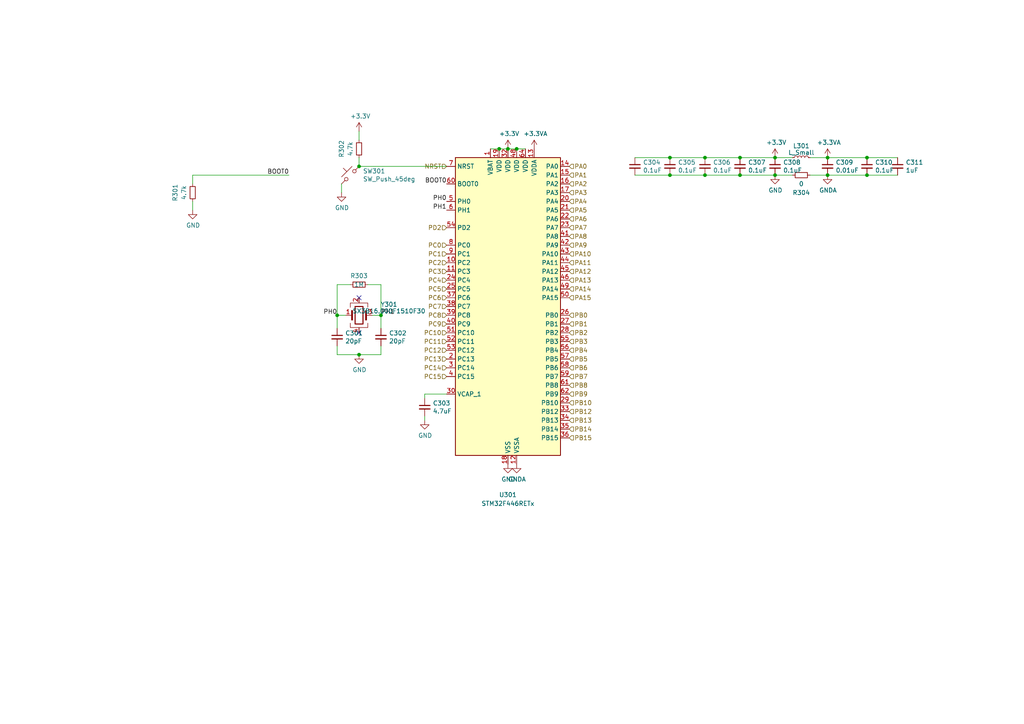
<source format=kicad_sch>
(kicad_sch (version 20230121) (generator eeschema)
  (paper "A4")
  (lib_symbols
    (symbol "Device:C_Small" (pin_numbers hide) (pin_names (offset 0.254) hide)
      (property "Reference" "C" (at 0.254 1.778 0))
      (property "Value" "C_Small" (at 0.254 -2.032 0))
      (symbol "C_Small_0_1"
        (polyline (pts (xy -1.524 -0.508) (xy 1.524 -0.508)) (stroke (width 0.3302)))
        (polyline (pts (xy -1.524 0.508) (xy 1.524 0.508)) (stroke (width 0.3048)))
      )
      (symbol "C_Small_1_1"
        (pin passive line (at 0 2.54 270) (length 2.032) (name "~") (number "1"))
        (pin passive line (at 0 -2.54 90) (length 2.032) (name "~") (number "2"))
      )
    )
    (symbol "Device:Crystal_GND24" (pin_names (offset 1.016) hide)
      (property "Reference" "Y" (at 3.175 5.08 0))
      (property "Value" "Crystal_GND24" (at 3.175 3.175 0))
      (symbol "Crystal_GND24_0_1"
        (rectangle (start -1.143 2.54) (end 1.143 -2.54) (stroke (width 0.3048)))
        (polyline (pts (xy -2.54 0) (xy -2.032 0)))
        (polyline (pts (xy -2.032 -1.27) (xy -2.032 1.27)) (stroke (width 0.508)))
        (polyline (pts (xy 0 -3.81) (xy 0 -3.556)))
        (polyline (pts (xy 0 3.556) (xy 0 3.81)))
        (polyline (pts (xy 2.032 -1.27) (xy 2.032 1.27)) (stroke (width 0.508)))
        (polyline (pts (xy 2.032 0) (xy 2.54 0)))
        (polyline (pts (xy -2.54 -2.286) (xy -2.54 -3.556) (xy 2.54 -3.556) (xy 2.54 -2.286)))
        (polyline (pts (xy -2.54 2.286) (xy -2.54 3.556) (xy 2.54 3.556) (xy 2.54 2.286)))
      )
      (symbol "Crystal_GND24_1_1"
        (pin passive line (at -3.81 0 0) (length 1.27) (name "1") (number "1"))
        (pin passive line (at 0 5.08 270) (length 1.27) (name "2") (number "2"))
        (pin passive line (at 3.81 0 180) (length 1.27) (name "3") (number "3"))
        (pin passive line (at 0 -5.08 90) (length 1.27) (name "4") (number "4"))
      )
    )
    (symbol "Device:L_Small" (pin_numbers hide) (pin_names (offset 0.254) hide)
      (property "Reference" "L" (at 0.762 1.016 0))
      (property "Value" "L_Small" (at 0.762 -1.016 0))
      (symbol "L_Small_0_1"
        (arc (start 0 -2.032) (mid 0.5058 -1.524) (end 0 -1.016))
        (arc (start 0 -1.016) (mid 0.5058 -0.508) (end 0 0))
        (arc (start 0 0) (mid 0.5058 0.508) (end 0 1.016))
        (arc (start 0 1.016) (mid 0.5058 1.524) (end 0 2.032))
      )
      (symbol "L_Small_1_1"
        (pin passive line (at 0 2.54 270) (length 0.508) (name "~") (number "1"))
        (pin passive line (at 0 -2.54 90) (length 0.508) (name "~") (number "2"))
      )
    )
    (symbol "Device:R_Small" (pin_numbers hide) (pin_names (offset 0.254) hide)
      (property "Reference" "R" (at 0.762 0.508 0))
      (property "Value" "R_Small" (at 0.762 -1.016 0))
      (symbol "R_Small_0_1"
        (rectangle (start -0.762 1.778) (end 0.762 -1.778) (stroke (width 0.2032)))
      )
      (symbol "R_Small_1_1"
        (pin passive line (at 0 2.54 270) (length 0.762) (name "~") (number "1"))
        (pin passive line (at 0 -2.54 90) (length 0.762) (name "~") (number "2"))
      )
    )
    (symbol "MCU_ST_STM32F4:STM32F446RETx"
      (property "Reference" "U" (at -15.24 44.45 0))
      (property "Value" "STM32F446RETx" (at 10.16 44.45 0))
      (symbol "STM32F446RETx_0_1"
        (rectangle (start -15.24 -43.18) (end 15.24 43.18) (stroke (width 0.254)) (fill (type background)))
      )
      (symbol "STM32F446RETx_1_1"
        (pin power_in line (at -5.08 45.72 270) (length 2.54) (name "VBAT") (number "1"))
        (pin bidirectional line (at -17.78 12.7 0) (length 2.54) (name "PC2") (number "10"))
        (pin bidirectional line (at -17.78 10.16 0) (length 2.54) (name "PC3") (number "11"))
        (pin power_in line (at 2.54 -45.72 90) (length 2.54) (name "VSSA") (number "12"))
        (pin power_in line (at 7.62 45.72 270) (length 2.54) (name "VDDA") (number "13"))
        (pin bidirectional line (at 17.78 40.64 180) (length 2.54) (name "PA0") (number "14"))
        (pin bidirectional line (at 17.78 38.1 180) (length 2.54) (name "PA1") (number "15"))
        (pin bidirectional line (at 17.78 35.56 180) (length 2.54) (name "PA2") (number "16"))
        (pin bidirectional line (at 17.78 33.02 180) (length 2.54) (name "PA3") (number "17"))
        (pin power_in line (at 0 -45.72 90) (length 2.54) (name "VSS") (number "18"))
        (pin power_in line (at -2.54 45.72 270) (length 2.54) (name "VDD") (number "19"))
        (pin bidirectional line (at -17.78 -15.24 0) (length 2.54) (name "PC13") (number "2"))
        (pin bidirectional line (at 17.78 30.48 180) (length 2.54) (name "PA4") (number "20"))
        (pin bidirectional line (at 17.78 27.94 180) (length 2.54) (name "PA5") (number "21"))
        (pin bidirectional line (at 17.78 25.4 180) (length 2.54) (name "PA6") (number "22"))
        (pin bidirectional line (at 17.78 22.86 180) (length 2.54) (name "PA7") (number "23"))
        (pin bidirectional line (at -17.78 7.62 0) (length 2.54) (name "PC4") (number "24"))
        (pin bidirectional line (at -17.78 5.08 0) (length 2.54) (name "PC5") (number "25"))
        (pin bidirectional line (at 17.78 -2.54 180) (length 2.54) (name "PB0") (number "26"))
        (pin bidirectional line (at 17.78 -5.08 180) (length 2.54) (name "PB1") (number "27"))
        (pin bidirectional line (at 17.78 -7.62 180) (length 2.54) (name "PB2") (number "28"))
        (pin bidirectional line (at 17.78 -27.94 180) (length 2.54) (name "PB10") (number "29"))
        (pin bidirectional line (at -17.78 -17.78 0) (length 2.54) (name "PC14") (number "3"))
        (pin power_out line (at -17.78 -25.4 0) (length 2.54) (name "VCAP_1") (number "30"))
        (pin passive line (at 0 -45.72 90) (length 2.54) hide (name "VSS") (number "31"))
        (pin power_in line (at 0 45.72 270) (length 2.54) (name "VDD") (number "32"))
        (pin bidirectional line (at 17.78 -30.48 180) (length 2.54) (name "PB12") (number "33"))
        (pin bidirectional line (at 17.78 -33.02 180) (length 2.54) (name "PB13") (number "34"))
        (pin bidirectional line (at 17.78 -35.56 180) (length 2.54) (name "PB14") (number "35"))
        (pin bidirectional line (at 17.78 -38.1 180) (length 2.54) (name "PB15") (number "36"))
        (pin bidirectional line (at -17.78 2.54 0) (length 2.54) (name "PC6") (number "37"))
        (pin bidirectional line (at -17.78 0 0) (length 2.54) (name "PC7") (number "38"))
        (pin bidirectional line (at -17.78 -2.54 0) (length 2.54) (name "PC8") (number "39"))
        (pin bidirectional line (at -17.78 -20.32 0) (length 2.54) (name "PC15") (number "4"))
        (pin bidirectional line (at -17.78 -5.08 0) (length 2.54) (name "PC9") (number "40"))
        (pin bidirectional line (at 17.78 20.32 180) (length 2.54) (name "PA8") (number "41"))
        (pin bidirectional line (at 17.78 17.78 180) (length 2.54) (name "PA9") (number "42"))
        (pin bidirectional line (at 17.78 15.24 180) (length 2.54) (name "PA10") (number "43"))
        (pin bidirectional line (at 17.78 12.7 180) (length 2.54) (name "PA11") (number "44"))
        (pin bidirectional line (at 17.78 10.16 180) (length 2.54) (name "PA12") (number "45"))
        (pin bidirectional line (at 17.78 7.62 180) (length 2.54) (name "PA13") (number "46"))
        (pin passive line (at 0 -45.72 90) (length 2.54) hide (name "VSS") (number "47"))
        (pin power_in line (at 2.54 45.72 270) (length 2.54) (name "VDD") (number "48"))
        (pin bidirectional line (at 17.78 5.08 180) (length 2.54) (name "PA14") (number "49"))
        (pin bidirectional line (at -17.78 30.48 0) (length 2.54) (name "PH0") (number "5"))
        (pin bidirectional line (at 17.78 2.54 180) (length 2.54) (name "PA15") (number "50"))
        (pin bidirectional line (at -17.78 -7.62 0) (length 2.54) (name "PC10") (number "51"))
        (pin bidirectional line (at -17.78 -10.16 0) (length 2.54) (name "PC11") (number "52"))
        (pin bidirectional line (at -17.78 -12.7 0) (length 2.54) (name "PC12") (number "53"))
        (pin bidirectional line (at -17.78 22.86 0) (length 2.54) (name "PD2") (number "54"))
        (pin bidirectional line (at 17.78 -10.16 180) (length 2.54) (name "PB3") (number "55"))
        (pin bidirectional line (at 17.78 -12.7 180) (length 2.54) (name "PB4") (number "56"))
        (pin bidirectional line (at 17.78 -15.24 180) (length 2.54) (name "PB5") (number "57"))
        (pin bidirectional line (at 17.78 -17.78 180) (length 2.54) (name "PB6") (number "58"))
        (pin bidirectional line (at 17.78 -20.32 180) (length 2.54) (name "PB7") (number "59"))
        (pin bidirectional line (at -17.78 27.94 0) (length 2.54) (name "PH1") (number "6"))
        (pin input line (at -17.78 35.56 0) (length 2.54) (name "BOOT0") (number "60"))
        (pin bidirectional line (at 17.78 -22.86 180) (length 2.54) (name "PB8") (number "61"))
        (pin bidirectional line (at 17.78 -25.4 180) (length 2.54) (name "PB9") (number "62"))
        (pin passive line (at 0 -45.72 90) (length 2.54) hide (name "VSS") (number "63"))
        (pin power_in line (at 5.08 45.72 270) (length 2.54) (name "VDD") (number "64"))
        (pin input line (at -17.78 40.64 0) (length 2.54) (name "NRST") (number "7"))
        (pin bidirectional line (at -17.78 17.78 0) (length 2.54) (name "PC0") (number "8"))
        (pin bidirectional line (at -17.78 15.24 0) (length 2.54) (name "PC1") (number "9"))
      )
    )
    (symbol "Switch:SW_Push_45deg" (pin_numbers hide) (pin_names (offset 1.016) hide)
      (property "Reference" "SW" (at 3.048 1.016 0))
      (property "Value" "SW_Push_45deg" (at 0 -3.81 0))
      (symbol "SW_Push_45deg_0_1"
        (circle (center -1.1684 1.1684) (radius 0.508))
        (polyline (pts (xy -0.508 2.54) (xy 2.54 -0.508)))
        (polyline (pts (xy 1.016 1.016) (xy 2.032 2.032)))
        (polyline (pts (xy -2.54 2.54) (xy -1.524 1.524) (xy -1.524 1.524)))
        (polyline (pts (xy 1.524 -1.524) (xy 2.54 -2.54) (xy 2.54 -2.54) (xy 2.54 -2.54)))
        (circle (center 1.143 -1.1938) (radius 0.508))
        (pin passive line (at -2.54 2.54 0) (length 0) (name "1") (number "1"))
        (pin passive line (at 2.54 -2.54 180) (length 0) (name "2") (number "2"))
      )
    )
    (symbol "power:+3.3V" (power) (pin_names (offset 0))
      (property "Value" "+3.3V" (at 0 3.556 0))
      (symbol "+3.3V_0_1"
        (polyline (pts (xy -0.762 1.27) (xy 0 2.54)))
        (polyline (pts (xy 0 0) (xy 0 2.54)))
        (polyline (pts (xy 0 2.54) (xy 0.762 1.27)))
      )
      (symbol "+3.3V_1_1"
        (pin power_in line (at 0 0 90) (length 0) hide (name "+3.3V") (number "1"))
      )
    )
    (symbol "power:+3.3VA" (power) (pin_names (offset 0))
      (property "Value" "+3.3VA" (at 0 3.556 0))
      (symbol "+3.3VA_0_1"
        (polyline (pts (xy -0.762 1.27) (xy 0 2.54)))
        (polyline (pts (xy 0 0) (xy 0 2.54)))
        (polyline (pts (xy 0 2.54) (xy 0.762 1.27)))
      )
      (symbol "+3.3VA_1_1"
        (pin power_in line (at 0 0 90) (length 0) hide (name "+3.3VA") (number "1"))
      )
    )
    (symbol "power:GND" (power) (pin_names (offset 0))
      (property "Value" "GND" (at 0 -3.81 0))
      (symbol "GND_0_1"
        (polyline (pts (xy 0 0) (xy 0 -1.27) (xy 1.27 -1.27) (xy 0 -2.54) (xy -1.27 -1.27) (xy 0 -1.27)))
      )
      (symbol "GND_1_1"
        (pin power_in line (at 0 0 270) (length 0) hide (name "GND") (number "1"))
      )
    )
    (symbol "power:GNDA" (power) (pin_names (offset 0))
      (property "Value" "GNDA" (at 0 -3.81 0))
      (symbol "GNDA_0_1"
        (polyline (pts (xy 0 0) (xy 0 -1.27) (xy 1.27 -1.27) (xy 0 -2.54) (xy -1.27 -1.27) (xy 0 -1.27)))
      )
      (symbol "GNDA_1_1"
        (pin power_in line (at 0 0 270) (length 0) hide (name "GNDA") (number "1"))
      )
    )
  )
  (junction (at 240.03 50.8))
  (junction (at 224.79 45.72))
  (junction (at 144.78 43.18))
  (junction (at 110.49 91.44))
  (junction (at 251.46 50.8))
  (junction (at 194.31 45.72))
  (junction (at 104.14 48.26))
  (junction (at 224.79 50.8))
  (junction (at 104.14 102.87))
  (junction (at 194.31 50.8))
  (junction (at 149.86 43.18))
  (junction (at 204.47 50.8))
  (junction (at 240.03 45.72))
  (junction (at 214.63 50.8))
  (junction (at 214.63 45.72))
  (junction (at 97.79 91.44))
  (junction (at 147.32 43.18))
  (junction (at 204.47 45.72))
  (junction (at 251.46 45.72))
  (no_connect (at 104.14 96.52))
  (no_connect (at 104.14 86.36))
  (wire (pts (xy 234.95 45.72) (xy 240.03 45.72)))
  (wire (pts (xy 106.68 82.55) (xy 110.49 82.55)))
  (wire (pts (xy 204.47 50.8) (xy 214.63 50.8)))
  (wire (pts (xy 149.86 43.18) (xy 152.4 43.18)))
  (wire (pts (xy 214.63 50.8) (xy 224.79 50.8)))
  (wire (pts (xy 184.15 45.72) (xy 194.31 45.72)))
  (wire (pts (xy 110.49 102.87) (xy 110.49 100.33)))
  (wire (pts (xy 97.79 91.44) (xy 100.33 91.44)))
  (wire (pts (xy 110.49 82.55) (xy 110.49 91.44)))
  (wire (pts (xy 123.19 120.65) (xy 123.19 121.92)))
  (wire (pts (xy 97.79 91.44) (xy 97.79 95.25)))
  (wire (pts (xy 194.31 45.72) (xy 204.47 45.72)))
  (wire (pts (xy 194.31 50.8) (xy 204.47 50.8)))
  (wire (pts (xy 104.14 38.1) (xy 104.14 40.64)))
  (wire (pts (xy 129.54 48.26) (xy 104.14 48.26)))
  (wire (pts (xy 97.79 82.55) (xy 97.79 91.44)))
  (wire (pts (xy 99.06 53.34) (xy 99.06 55.88)))
  (wire (pts (xy 184.15 50.8) (xy 194.31 50.8)))
  (wire (pts (xy 142.24 43.18) (xy 144.78 43.18)))
  (wire (pts (xy 97.79 100.33) (xy 97.79 102.87)))
  (wire (pts (xy 123.19 114.3) (xy 123.19 115.57)))
  (wire (pts (xy 214.63 45.72) (xy 224.79 45.72)))
  (wire (pts (xy 97.79 82.55) (xy 101.6 82.55)))
  (wire (pts (xy 224.79 45.72) (xy 229.87 45.72)))
  (wire (pts (xy 251.46 45.72) (xy 260.35 45.72)))
  (wire (pts (xy 104.14 45.72) (xy 104.14 48.26)))
  (wire (pts (xy 55.88 50.8) (xy 83.82 50.8)))
  (wire (pts (xy 234.95 50.8) (xy 240.03 50.8)))
  (wire (pts (xy 104.14 102.87) (xy 110.49 102.87)))
  (wire (pts (xy 55.88 58.42) (xy 55.88 60.96)))
  (wire (pts (xy 204.47 45.72) (xy 214.63 45.72)))
  (wire (pts (xy 107.95 91.44) (xy 110.49 91.44)))
  (wire (pts (xy 110.49 95.25) (xy 110.49 91.44)))
  (wire (pts (xy 224.79 50.8) (xy 229.87 50.8)))
  (wire (pts (xy 55.88 50.8) (xy 55.88 53.34)))
  (wire (pts (xy 129.54 114.3) (xy 123.19 114.3)))
  (wire (pts (xy 240.03 45.72) (xy 251.46 45.72)))
  (wire (pts (xy 97.79 102.87) (xy 104.14 102.87)))
  (wire (pts (xy 240.03 50.8) (xy 251.46 50.8)))
  (wire (pts (xy 251.46 50.8) (xy 260.35 50.8)))
  (wire (pts (xy 147.32 43.18) (xy 149.86 43.18)))
  (wire (pts (xy 144.78 43.18) (xy 147.32 43.18)))
  (label "BOOT0" (at 129.54 53.34 180))
  (label "BOOT0" (at 83.82 50.8 180))
  (label "PH0" (at 129.54 58.42 180))
  (label "PH1" (at 110.49 91.44 0))
  (label "PH0" (at 97.79 91.44 180))
  (label "PH1" (at 129.54 60.96 180))
  (hierarchical_label "PC11" (shape input) (at 129.54 99.06 180))
  (hierarchical_label "PC9" (shape input) (at 129.54 93.98 180))
  (hierarchical_label "PA2" (shape input) (at 165.1 53.34 0))
  (hierarchical_label "PA7" (shape input) (at 165.1 66.04 0))
  (hierarchical_label "PC0" (shape input) (at 129.54 71.12 180))
  (hierarchical_label "PB12" (shape input) (at 165.1 119.38 0))
  (hierarchical_label "PC3" (shape input) (at 129.54 78.74 180))
  (hierarchical_label "PC5" (shape input) (at 129.54 83.82 180))
  (hierarchical_label "PC4" (shape input) (at 129.54 81.28 180))
  (hierarchical_label "PB0" (shape input) (at 165.1 91.44 0))
  (hierarchical_label "PB4" (shape input) (at 165.1 101.6 0))
  (hierarchical_label "PA9" (shape input) (at 165.1 71.12 0))
  (hierarchical_label "PC8" (shape input) (at 129.54 91.44 180))
  (hierarchical_label "PA6" (shape input) (at 165.1 63.5 0))
  (hierarchical_label "PB13" (shape input) (at 165.1 121.92 0))
  (hierarchical_label "PC13" (shape input) (at 129.54 104.14 180))
  (hierarchical_label "PC6" (shape input) (at 129.54 86.36 180))
  (hierarchical_label "PA10" (shape input) (at 165.1 73.66 0))
  (hierarchical_label "PB2" (shape input) (at 165.1 96.52 0))
  (hierarchical_label "PD2" (shape input) (at 129.54 66.04 180))
  (hierarchical_label "PB3" (shape input) (at 165.1 99.06 0))
  (hierarchical_label "PB10" (shape input) (at 165.1 116.84 0))
  (hierarchical_label "PA3" (shape input) (at 165.1 55.88 0))
  (hierarchical_label "PC7" (shape input) (at 129.54 88.9 180))
  (hierarchical_label "PC15" (shape input) (at 129.54 109.22 180))
  (hierarchical_label "PA5" (shape input) (at 165.1 60.96 0))
  (hierarchical_label "PA11" (shape input) (at 165.1 76.2 0))
  (hierarchical_label "PA12" (shape input) (at 165.1 78.74 0))
  (hierarchical_label "PA14" (shape input) (at 165.1 83.82 0))
  (hierarchical_label "PB15" (shape input) (at 165.1 127 0))
  (hierarchical_label "NRST" (shape input) (at 129.54 48.26 180))
  (hierarchical_label "PC1" (shape input) (at 129.54 73.66 180))
  (hierarchical_label "PC12" (shape input) (at 129.54 101.6 180))
  (hierarchical_label "PA15" (shape input) (at 165.1 86.36 0))
  (hierarchical_label "PA0" (shape input) (at 165.1 48.26 0))
  (hierarchical_label "PB8" (shape input) (at 165.1 111.76 0))
  (hierarchical_label "PC14" (shape input) (at 129.54 106.68 180))
  (hierarchical_label "PB6" (shape input) (at 165.1 106.68 0))
  (hierarchical_label "PC10" (shape input) (at 129.54 96.52 180))
  (hierarchical_label "PB5" (shape input) (at 165.1 104.14 0))
  (hierarchical_label "PB9" (shape input) (at 165.1 114.3 0))
  (hierarchical_label "PC2" (shape input) (at 129.54 76.2 180))
  (hierarchical_label "PB1" (shape input) (at 165.1 93.98 0))
  (hierarchical_label "PB14" (shape input) (at 165.1 124.46 0))
  (hierarchical_label "PA13" (shape input) (at 165.1 81.28 0))
  (hierarchical_label "PB7" (shape input) (at 165.1 109.22 0))
  (hierarchical_label "PA4" (shape input) (at 165.1 58.42 0))
  (hierarchical_label "PA1" (shape input) (at 165.1 50.8 0))
  (hierarchical_label "PA8" (shape input) (at 165.1 68.58 0))
  (symbol (lib_id "Device:C_Small") (at 204.47 48.26 0) (unit 1)
    (property "Reference" "C306" (at 206.8068 47.0916 0) (effects (justify left)))
    (property "Value" "0.1uF" (at 206.8068 49.403 0) (effects (justify left)))
    (property "Footprint" "Capacitor_SMD:C_0402_1005Metric" (effects hide))
    (property "LCSC" "C307331" (effects hide))
  )
  (symbol (lib_id "Device:C_Small") (at 194.31 48.26 0) (unit 1)
    (property "Reference" "C305" (at 196.6468 47.0916 0) (effects (justify left)))
    (property "Value" "0.1uF" (at 196.6468 49.403 0) (effects (justify left)))
    (property "Footprint" "Capacitor_SMD:C_0402_1005Metric" (effects hide))
    (property "LCSC" "C307331" (effects hide))
  )
  (symbol (lib_id "power:+3.3V") (at 147.32 43.18 0) (unit 1)
    (property "Reference" "#PWR0306" (effects hide))
    (property "Value" "+3.3V" (at 147.701 38.7858 0))
  )
  (symbol (lib_id "Device:C_Small") (at 123.19 118.11 0) (unit 1)
    (property "Reference" "C303" (at 125.5268 116.9416 0) (effects (justify left)))
    (property "Value" "4.7uF" (at 125.5268 119.253 0) (effects (justify left)))
    (property "Footprint" "Capacitor_SMD:C_0402_1005Metric" (effects hide))
    (property "LCSC" "C23733" (effects hide))
  )
  (symbol (lib_id "power:GNDA") (at 149.86 134.62 0) (unit 1)
    (property "Reference" "#PWR0308" (effects hide))
    (property "Value" "GNDA" (at 149.987 139.0142 0))
  )
  (symbol (lib_id "Device:C_Small") (at 97.79 97.79 0) (unit 1)
    (property "Reference" "C301" (at 100.1268 96.6216 0) (effects (justify left)))
    (property "Value" "20pF" (at 100.1268 98.933 0) (effects (justify left)))
    (property "Footprint" "Capacitor_SMD:C_0402_1005Metric" (effects hide))
    (property "LCSC" "C1554" (effects hide))
  )
  (symbol (lib_id "Device:C_Small") (at 110.49 97.79 0) (unit 1)
    (property "Reference" "C302" (at 112.8268 96.6216 0) (effects (justify left)))
    (property "Value" "20pF" (at 112.8268 98.933 0) (effects (justify left)))
    (property "Footprint" "Capacitor_SMD:C_0402_1005Metric" (effects hide))
    (property "LCSC" "C1554" (effects hide))
  )
  (symbol (lib_id "Device:C_Small") (at 224.79 48.26 0) (unit 1)
    (property "Reference" "C308" (at 227.1268 47.0916 0) (effects (justify left)))
    (property "Value" "0.1uF" (at 227.1268 49.403 0) (effects (justify left)))
    (property "Footprint" "Capacitor_SMD:C_0402_1005Metric" (effects hide))
    (property "LCSC" "C307331" (effects hide))
  )
  (symbol (lib_id "power:+3.3VA") (at 240.03 45.72 0) (unit 1)
    (property "Reference" "#PWR0312" (effects hide))
    (property "Value" "+3.3VA" (at 240.411 41.3258 0))
  )
  (symbol (lib_id "power:GNDA") (at 240.03 50.8 0) (unit 1)
    (property "Reference" "#PWR0313" (effects hide))
    (property "Value" "GNDA" (at 240.157 55.1942 0))
  )
  (symbol (lib_id "power:GND") (at 55.88 60.96 0) (unit 1)
    (property "Reference" "#PWR0301" (effects hide))
    (property "Value" "GND" (at 56.007 65.3542 0))
  )
  (symbol (lib_id "power:+3.3V") (at 104.14 38.1 0) (unit 1)
    (property "Reference" "#PWR0303" (effects hide))
    (property "Value" "+3.3V" (at 104.521 33.7058 0))
  )
  (symbol (lib_id "Device:C_Small") (at 240.03 48.26 0) (unit 1)
    (property "Reference" "C309" (at 242.3668 47.0916 0) (effects (justify left)))
    (property "Value" "0.01uF" (at 242.3668 49.403 0) (effects (justify left)))
    (property "Footprint" "Capacitor_SMD:C_0402_1005Metric" (effects hide))
    (property "LCSC" "C2840480" (effects hide))
  )
  (symbol (lib_id "power:+3.3V") (at 224.79 45.72 0) (unit 1)
    (property "Reference" "#PWR0310" (effects hide))
    (property "Value" "+3.3V" (at 225.171 41.3258 0))
  )
  (symbol (lib_id "power:GND") (at 123.19 121.92 0) (unit 1)
    (property "Reference" "#PWR0305" (effects hide))
    (property "Value" "GND" (at 123.317 126.3142 0))
  )
  (symbol (lib_id "Device:C_Small") (at 251.46 48.26 0) (unit 1)
    (property "Reference" "C310" (at 253.7968 47.0916 0) (effects (justify left)))
    (property "Value" "0.1uF" (at 253.7968 49.403 0) (effects (justify left)))
    (property "Footprint" "Capacitor_SMD:C_0402_1005Metric" (effects hide))
    (property "LCSC" "C307331" (effects hide))
  )
  (symbol (lib_id "Device:R_Small") (at 55.88 55.88 0) (unit 1)
    (property "Reference" "R301" (at 50.8 55.88 90))
    (property "Value" "4.7k" (at 53.34 55.88 90))
    (property "Footprint" "Resistor_SMD:R_0402_1005Metric" (effects hide))
    (property "LCSC" "C25900" (effects hide))
  )
  (symbol (lib_id "Device:C_Small") (at 184.15 48.26 0) (unit 1)
    (property "Reference" "C304" (at 186.4868 47.0916 0) (effects (justify left)))
    (property "Value" "0.1uF" (at 186.4868 49.403 0) (effects (justify left)))
    (property "Footprint" "Capacitor_SMD:C_0402_1005Metric" (effects hide))
    (property "LCSC" "C307331" (effects hide))
  )
  (symbol (lib_id "power:GND") (at 99.06 55.88 0) (unit 1)
    (property "Reference" "#PWR0302" (effects hide))
    (property "Value" "GND" (at 99.187 60.2742 0))
  )
  (symbol (lib_id "MCU_ST_STM32F4:STM32F446RETx") (at 147.32 88.9 0) (unit 1)
    (property "Reference" "U301" (at 147.32 143.51 0))
    (property "Value" "STM32F446RETx" (at 147.32 146.05 0))
    (property "Footprint" "Package_QFP:LQFP-64_10x10mm_P0.5mm" (effects hide))
    (property "Datasheet" "http://www.st.com/st-web-ui/static/active/en/resource/technical/document/datasheet/DM00141306.pdf" (effects hide))
    (property "LCSC" "C69336" (effects hide))
  )
  (symbol (lib_id "power:GND") (at 224.79 50.8 0) (unit 1)
    (property "Reference" "#PWR0311" (effects hide))
    (property "Value" "GND" (at 224.917 55.1942 0))
  )
  (symbol (lib_id "power:GND") (at 147.32 134.62 0) (unit 1)
    (property "Reference" "#PWR0307" (effects hide))
    (property "Value" "GND" (at 147.447 139.0142 0))
  )
  (symbol (lib_id "Device:R_Small") (at 232.41 50.8 90) (unit 1)
    (property "Reference" "R304" (at 232.41 55.88 90))
    (property "Value" "0" (at 232.41 53.34 90))
    (property "Footprint" "Resistor_SMD:R_0402_1005Metric" (effects hide))
    (property "LCSC" "C17168" (effects hide))
  )
  (symbol (lib_id "Device:C_Small") (at 260.35 48.26 0) (unit 1)
    (property "Reference" "C311" (at 262.6868 47.0916 0) (effects (justify left)))
    (property "Value" "1uF" (at 262.6868 49.403 0) (effects (justify left)))
    (property "Footprint" "Capacitor_SMD:C_0402_1005Metric" (effects hide))
    (property "LCSC" "C52923" (effects hide))
  )
  (symbol (lib_id "power:+3.3VA") (at 154.94 43.18 0) (unit 1)
    (property "Reference" "#PWR0309" (effects hide))
    (property "Value" "+3.3VA" (at 155.321 38.7858 0))
  )
  (symbol (lib_id "Device:R_Small") (at 104.14 43.18 0) (unit 1)
    (property "Reference" "R302" (at 99.06 43.18 90))
    (property "Value" "4.7k" (at 101.6 43.18 90))
    (property "Footprint" "Resistor_SMD:R_0402_1005Metric" (effects hide))
    (property "LCSC" "C25900" (effects hide))
  )
  (symbol (lib_id "Switch:SW_Push_45deg") (at 101.6 50.8 90) (unit 1)
    (property "Reference" "SW301" (at 105.2576 49.6316 90) (effects (justify right)))
    (property "Value" "SW_Push_45deg" (at 105.2576 51.943 90) (effects (justify right)))
    (property "Footprint" "Kicad_Myfp:SW-SMD_4P-L3.0-W2.8-P1.65-TL_GT-TS171A-H014-L1" (effects hide))
    (property "LCSC" "C2762969" (effects hide))
  )
  (symbol (lib_id "Device:Crystal_GND24") (at 104.14 91.44 0) (unit 1)
    (property "Reference" "Y301" (at 112.8293 88.3031 0))
    (property "Value" "SX3B16.000F1510F30" (at 112.8293 90.2241 0))
    (property "Footprint" "Crystal:Crystal_SMD_3225-4Pin_3.2x2.5mm" (effects hide))
    (property "LCSC" "C2901670" (effects hide))
  )
  (symbol (lib_id "Device:C_Small") (at 214.63 48.26 0) (unit 1)
    (property "Reference" "C307" (at 216.9668 47.0916 0) (effects (justify left)))
    (property "Value" "0.1uF" (at 216.9668 49.403 0) (effects (justify left)))
    (property "Footprint" "Capacitor_SMD:C_0402_1005Metric" (effects hide))
    (property "LCSC" "C307331" (effects hide))
  )
  (symbol (lib_id "power:GND") (at 104.14 102.87 0) (unit 1)
    (property "Reference" "#PWR0304" (effects hide))
    (property "Value" "GND" (at 104.267 107.2642 0))
  )
  (symbol (lib_id "Device:L_Small") (at 232.41 45.72 90) (unit 1)
    (property "Reference" "L301" (at 232.41 42.3313 90))
    (property "Value" "L_Small" (at 232.41 44.2523 90))
    (property "Footprint" "Inductor_SMD:L_0603_1608Metric" (effects hide))
    (property "LCSC" "C1035" (effects hide))
  )
  (symbol (lib_id "Device:R_Small") (at 104.14 82.55 270) (unit 1)
    (property "Reference" "R303" (at 104.14 80.01 90))
    (property "Value" "1M" (at 104.14 82.55 90))
    (property "Footprint" "Resistor_SMD:R_0402_1005Metric" (effects hide))
    (property "LCSC" "C144787" (effects hide))
  )
)
</source>
